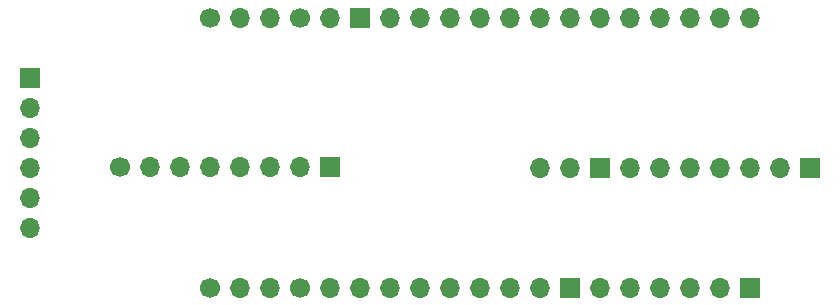
<source format=gbr>
%TF.GenerationSoftware,KiCad,Pcbnew,7.0.10*%
%TF.CreationDate,2024-01-17T15:28:00-05:00*%
%TF.ProjectId,ESP32-SD,45535033-322d-4534-942e-6b696361645f,1*%
%TF.SameCoordinates,Original*%
%TF.FileFunction,Soldermask,Top*%
%TF.FilePolarity,Negative*%
%FSLAX46Y46*%
G04 Gerber Fmt 4.6, Leading zero omitted, Abs format (unit mm)*
G04 Created by KiCad (PCBNEW 7.0.10) date 2024-01-17 15:28:00*
%MOMM*%
%LPD*%
G01*
G04 APERTURE LIST*
%ADD10R,1.700000X1.700000*%
%ADD11O,1.700000X1.700000*%
%ADD12C,1.700000*%
G04 APERTURE END LIST*
D10*
%TO.C,SD*%
X109220000Y-93980000D03*
D11*
X109220000Y-96520000D03*
X109220000Y-99060000D03*
X109220000Y-101600000D03*
X109220000Y-104140000D03*
X109220000Y-106680000D03*
%TD*%
%TO.C,FZ_R*%
X152390000Y-101610000D03*
X154930000Y-101610000D03*
D10*
X157470000Y-101610000D03*
D11*
X160010000Y-101610000D03*
X162550000Y-101610000D03*
X165090000Y-101610000D03*
X167630000Y-101610000D03*
X170170000Y-101610000D03*
X172710000Y-101610000D03*
D10*
X175250000Y-101610000D03*
%TD*%
D12*
%TO.C,Bottom*%
X124450000Y-111770000D03*
D11*
X126990000Y-111770000D03*
X129530000Y-111770000D03*
D12*
X132070000Y-111770000D03*
D11*
X134610000Y-111770000D03*
X137150000Y-111770000D03*
X139690000Y-111770000D03*
X142230000Y-111770000D03*
X144770000Y-111770000D03*
X147310000Y-111770000D03*
X149850000Y-111770000D03*
X152390000Y-111770000D03*
D10*
X154930000Y-111770000D03*
D11*
X157470000Y-111770000D03*
X160010000Y-111770000D03*
X162550000Y-111770000D03*
X165090000Y-111770000D03*
X167630000Y-111770000D03*
D10*
X170170000Y-111770000D03*
%TD*%
D12*
%TO.C,Top*%
X124460000Y-88900000D03*
D11*
X127000000Y-88900000D03*
X129540000Y-88900000D03*
D12*
X132080000Y-88900000D03*
D11*
X134620000Y-88900000D03*
D10*
X137160000Y-88900000D03*
D11*
X139700000Y-88900000D03*
X142240000Y-88900000D03*
X144780000Y-88900000D03*
X147320000Y-88900000D03*
X149860000Y-88900000D03*
X152400000Y-88900000D03*
X154940000Y-88900000D03*
X157480000Y-88900000D03*
X160020000Y-88900000D03*
X162560000Y-88900000D03*
X165100000Y-88900000D03*
X167640000Y-88900000D03*
X170180000Y-88900000D03*
%TD*%
D12*
%TO.C,Left*%
X116830000Y-101585000D03*
D11*
X119370000Y-101585000D03*
X121910000Y-101585000D03*
X124450000Y-101585000D03*
X126990000Y-101585000D03*
X129530000Y-101585000D03*
X132070000Y-101585000D03*
D10*
X134610000Y-101585000D03*
%TD*%
M02*

</source>
